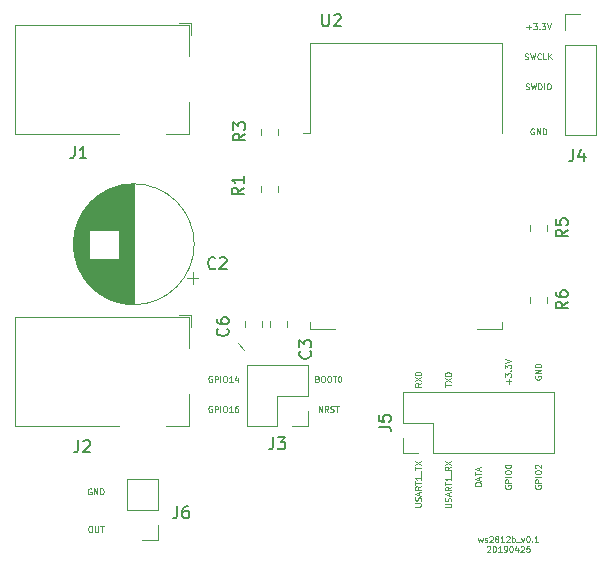
<source format=gbr>
G04 #@! TF.GenerationSoftware,KiCad,Pcbnew,(5.1.0-0)*
G04 #@! TF.CreationDate,2019-04-25T22:15:39+08:00*
G04 #@! TF.ProjectId,ws2812b,77733238-3132-4622-9e6b-696361645f70,rev?*
G04 #@! TF.SameCoordinates,Original*
G04 #@! TF.FileFunction,Legend,Top*
G04 #@! TF.FilePolarity,Positive*
%FSLAX46Y46*%
G04 Gerber Fmt 4.6, Leading zero omitted, Abs format (unit mm)*
G04 Created by KiCad (PCBNEW (5.1.0-0)) date 2019-04-25 22:15:39*
%MOMM*%
%LPD*%
G04 APERTURE LIST*
%ADD10C,0.100000*%
%ADD11C,0.120000*%
%ADD12C,0.150000*%
G04 APERTURE END LIST*
D10*
X91059047Y-36580000D02*
X91011428Y-36556190D01*
X90940000Y-36556190D01*
X90868571Y-36580000D01*
X90820952Y-36627619D01*
X90797142Y-36675238D01*
X90773333Y-36770476D01*
X90773333Y-36841904D01*
X90797142Y-36937142D01*
X90820952Y-36984761D01*
X90868571Y-37032380D01*
X90940000Y-37056190D01*
X90987619Y-37056190D01*
X91059047Y-37032380D01*
X91082857Y-37008571D01*
X91082857Y-36841904D01*
X90987619Y-36841904D01*
X91297142Y-37056190D02*
X91297142Y-36556190D01*
X91582857Y-37056190D01*
X91582857Y-36556190D01*
X91820952Y-37056190D02*
X91820952Y-36556190D01*
X91940000Y-36556190D01*
X92011428Y-36580000D01*
X92059047Y-36627619D01*
X92082857Y-36675238D01*
X92106666Y-36770476D01*
X92106666Y-36841904D01*
X92082857Y-36937142D01*
X92059047Y-36984761D01*
X92011428Y-37032380D01*
X91940000Y-37056190D01*
X91820952Y-37056190D01*
X90380476Y-33222380D02*
X90451904Y-33246190D01*
X90570952Y-33246190D01*
X90618571Y-33222380D01*
X90642380Y-33198571D01*
X90666190Y-33150952D01*
X90666190Y-33103333D01*
X90642380Y-33055714D01*
X90618571Y-33031904D01*
X90570952Y-33008095D01*
X90475714Y-32984285D01*
X90428095Y-32960476D01*
X90404285Y-32936666D01*
X90380476Y-32889047D01*
X90380476Y-32841428D01*
X90404285Y-32793809D01*
X90428095Y-32770000D01*
X90475714Y-32746190D01*
X90594761Y-32746190D01*
X90666190Y-32770000D01*
X90832857Y-32746190D02*
X90951904Y-33246190D01*
X91047142Y-32889047D01*
X91142380Y-33246190D01*
X91261428Y-32746190D01*
X91451904Y-33246190D02*
X91451904Y-32746190D01*
X91570952Y-32746190D01*
X91642380Y-32770000D01*
X91690000Y-32817619D01*
X91713809Y-32865238D01*
X91737619Y-32960476D01*
X91737619Y-33031904D01*
X91713809Y-33127142D01*
X91690000Y-33174761D01*
X91642380Y-33222380D01*
X91570952Y-33246190D01*
X91451904Y-33246190D01*
X91951904Y-33246190D02*
X91951904Y-32746190D01*
X92285238Y-32746190D02*
X92380476Y-32746190D01*
X92428095Y-32770000D01*
X92475714Y-32817619D01*
X92499523Y-32912857D01*
X92499523Y-33079523D01*
X92475714Y-33174761D01*
X92428095Y-33222380D01*
X92380476Y-33246190D01*
X92285238Y-33246190D01*
X92237619Y-33222380D01*
X92190000Y-33174761D01*
X92166190Y-33079523D01*
X92166190Y-32912857D01*
X92190000Y-32817619D01*
X92237619Y-32770000D01*
X92285238Y-32746190D01*
X90309047Y-30682380D02*
X90380476Y-30706190D01*
X90499523Y-30706190D01*
X90547142Y-30682380D01*
X90570952Y-30658571D01*
X90594761Y-30610952D01*
X90594761Y-30563333D01*
X90570952Y-30515714D01*
X90547142Y-30491904D01*
X90499523Y-30468095D01*
X90404285Y-30444285D01*
X90356666Y-30420476D01*
X90332857Y-30396666D01*
X90309047Y-30349047D01*
X90309047Y-30301428D01*
X90332857Y-30253809D01*
X90356666Y-30230000D01*
X90404285Y-30206190D01*
X90523333Y-30206190D01*
X90594761Y-30230000D01*
X90761428Y-30206190D02*
X90880476Y-30706190D01*
X90975714Y-30349047D01*
X91070952Y-30706190D01*
X91190000Y-30206190D01*
X91666190Y-30658571D02*
X91642380Y-30682380D01*
X91570952Y-30706190D01*
X91523333Y-30706190D01*
X91451904Y-30682380D01*
X91404285Y-30634761D01*
X91380476Y-30587142D01*
X91356666Y-30491904D01*
X91356666Y-30420476D01*
X91380476Y-30325238D01*
X91404285Y-30277619D01*
X91451904Y-30230000D01*
X91523333Y-30206190D01*
X91570952Y-30206190D01*
X91642380Y-30230000D01*
X91666190Y-30253809D01*
X92118571Y-30706190D02*
X91880476Y-30706190D01*
X91880476Y-30206190D01*
X92285238Y-30706190D02*
X92285238Y-30206190D01*
X92570952Y-30706190D02*
X92356666Y-30420476D01*
X92570952Y-30206190D02*
X92285238Y-30491904D01*
X90440000Y-27975714D02*
X90820952Y-27975714D01*
X90630476Y-28166190D02*
X90630476Y-27785238D01*
X91011428Y-27666190D02*
X91320952Y-27666190D01*
X91154285Y-27856666D01*
X91225714Y-27856666D01*
X91273333Y-27880476D01*
X91297142Y-27904285D01*
X91320952Y-27951904D01*
X91320952Y-28070952D01*
X91297142Y-28118571D01*
X91273333Y-28142380D01*
X91225714Y-28166190D01*
X91082857Y-28166190D01*
X91035238Y-28142380D01*
X91011428Y-28118571D01*
X91535238Y-28118571D02*
X91559047Y-28142380D01*
X91535238Y-28166190D01*
X91511428Y-28142380D01*
X91535238Y-28118571D01*
X91535238Y-28166190D01*
X91725714Y-27666190D02*
X92035238Y-27666190D01*
X91868571Y-27856666D01*
X91940000Y-27856666D01*
X91987619Y-27880476D01*
X92011428Y-27904285D01*
X92035238Y-27951904D01*
X92035238Y-28070952D01*
X92011428Y-28118571D01*
X91987619Y-28142380D01*
X91940000Y-28166190D01*
X91797142Y-28166190D01*
X91749523Y-28142380D01*
X91725714Y-28118571D01*
X92178095Y-27666190D02*
X92344761Y-28166190D01*
X92511428Y-27666190D01*
X53475000Y-70211190D02*
X53570238Y-70211190D01*
X53617857Y-70235000D01*
X53665476Y-70282619D01*
X53689285Y-70377857D01*
X53689285Y-70544523D01*
X53665476Y-70639761D01*
X53617857Y-70687380D01*
X53570238Y-70711190D01*
X53475000Y-70711190D01*
X53427380Y-70687380D01*
X53379761Y-70639761D01*
X53355952Y-70544523D01*
X53355952Y-70377857D01*
X53379761Y-70282619D01*
X53427380Y-70235000D01*
X53475000Y-70211190D01*
X53903571Y-70211190D02*
X53903571Y-70615952D01*
X53927380Y-70663571D01*
X53951190Y-70687380D01*
X53998809Y-70711190D01*
X54094047Y-70711190D01*
X54141666Y-70687380D01*
X54165476Y-70663571D01*
X54189285Y-70615952D01*
X54189285Y-70211190D01*
X54355952Y-70211190D02*
X54641666Y-70211190D01*
X54498809Y-70711190D02*
X54498809Y-70211190D01*
X53594047Y-67060000D02*
X53546428Y-67036190D01*
X53475000Y-67036190D01*
X53403571Y-67060000D01*
X53355952Y-67107619D01*
X53332142Y-67155238D01*
X53308333Y-67250476D01*
X53308333Y-67321904D01*
X53332142Y-67417142D01*
X53355952Y-67464761D01*
X53403571Y-67512380D01*
X53475000Y-67536190D01*
X53522619Y-67536190D01*
X53594047Y-67512380D01*
X53617857Y-67488571D01*
X53617857Y-67321904D01*
X53522619Y-67321904D01*
X53832142Y-67536190D02*
X53832142Y-67036190D01*
X54117857Y-67536190D01*
X54117857Y-67036190D01*
X54355952Y-67536190D02*
X54355952Y-67036190D01*
X54475000Y-67036190D01*
X54546428Y-67060000D01*
X54594047Y-67107619D01*
X54617857Y-67155238D01*
X54641666Y-67250476D01*
X54641666Y-67321904D01*
X54617857Y-67417142D01*
X54594047Y-67464761D01*
X54546428Y-67512380D01*
X54475000Y-67536190D01*
X54355952Y-67536190D01*
X63793809Y-60075000D02*
X63746190Y-60051190D01*
X63674761Y-60051190D01*
X63603333Y-60075000D01*
X63555714Y-60122619D01*
X63531904Y-60170238D01*
X63508095Y-60265476D01*
X63508095Y-60336904D01*
X63531904Y-60432142D01*
X63555714Y-60479761D01*
X63603333Y-60527380D01*
X63674761Y-60551190D01*
X63722380Y-60551190D01*
X63793809Y-60527380D01*
X63817619Y-60503571D01*
X63817619Y-60336904D01*
X63722380Y-60336904D01*
X64031904Y-60551190D02*
X64031904Y-60051190D01*
X64222380Y-60051190D01*
X64270000Y-60075000D01*
X64293809Y-60098809D01*
X64317619Y-60146428D01*
X64317619Y-60217857D01*
X64293809Y-60265476D01*
X64270000Y-60289285D01*
X64222380Y-60313095D01*
X64031904Y-60313095D01*
X64531904Y-60551190D02*
X64531904Y-60051190D01*
X64865238Y-60051190D02*
X64960476Y-60051190D01*
X65008095Y-60075000D01*
X65055714Y-60122619D01*
X65079523Y-60217857D01*
X65079523Y-60384523D01*
X65055714Y-60479761D01*
X65008095Y-60527380D01*
X64960476Y-60551190D01*
X64865238Y-60551190D01*
X64817619Y-60527380D01*
X64770000Y-60479761D01*
X64746190Y-60384523D01*
X64746190Y-60217857D01*
X64770000Y-60122619D01*
X64817619Y-60075000D01*
X64865238Y-60051190D01*
X65555714Y-60551190D02*
X65270000Y-60551190D01*
X65412857Y-60551190D02*
X65412857Y-60051190D01*
X65365238Y-60122619D01*
X65317619Y-60170238D01*
X65270000Y-60194047D01*
X65984285Y-60051190D02*
X65889047Y-60051190D01*
X65841428Y-60075000D01*
X65817619Y-60098809D01*
X65770000Y-60170238D01*
X65746190Y-60265476D01*
X65746190Y-60455952D01*
X65770000Y-60503571D01*
X65793809Y-60527380D01*
X65841428Y-60551190D01*
X65936666Y-60551190D01*
X65984285Y-60527380D01*
X66008095Y-60503571D01*
X66031904Y-60455952D01*
X66031904Y-60336904D01*
X66008095Y-60289285D01*
X65984285Y-60265476D01*
X65936666Y-60241666D01*
X65841428Y-60241666D01*
X65793809Y-60265476D01*
X65770000Y-60289285D01*
X65746190Y-60336904D01*
X63793809Y-57535000D02*
X63746190Y-57511190D01*
X63674761Y-57511190D01*
X63603333Y-57535000D01*
X63555714Y-57582619D01*
X63531904Y-57630238D01*
X63508095Y-57725476D01*
X63508095Y-57796904D01*
X63531904Y-57892142D01*
X63555714Y-57939761D01*
X63603333Y-57987380D01*
X63674761Y-58011190D01*
X63722380Y-58011190D01*
X63793809Y-57987380D01*
X63817619Y-57963571D01*
X63817619Y-57796904D01*
X63722380Y-57796904D01*
X64031904Y-58011190D02*
X64031904Y-57511190D01*
X64222380Y-57511190D01*
X64270000Y-57535000D01*
X64293809Y-57558809D01*
X64317619Y-57606428D01*
X64317619Y-57677857D01*
X64293809Y-57725476D01*
X64270000Y-57749285D01*
X64222380Y-57773095D01*
X64031904Y-57773095D01*
X64531904Y-58011190D02*
X64531904Y-57511190D01*
X64865238Y-57511190D02*
X64960476Y-57511190D01*
X65008095Y-57535000D01*
X65055714Y-57582619D01*
X65079523Y-57677857D01*
X65079523Y-57844523D01*
X65055714Y-57939761D01*
X65008095Y-57987380D01*
X64960476Y-58011190D01*
X64865238Y-58011190D01*
X64817619Y-57987380D01*
X64770000Y-57939761D01*
X64746190Y-57844523D01*
X64746190Y-57677857D01*
X64770000Y-57582619D01*
X64817619Y-57535000D01*
X64865238Y-57511190D01*
X65555714Y-58011190D02*
X65270000Y-58011190D01*
X65412857Y-58011190D02*
X65412857Y-57511190D01*
X65365238Y-57582619D01*
X65317619Y-57630238D01*
X65270000Y-57654047D01*
X65984285Y-57677857D02*
X65984285Y-58011190D01*
X65865238Y-57487380D02*
X65746190Y-57844523D01*
X66055714Y-57844523D01*
X72838571Y-60551190D02*
X72838571Y-60051190D01*
X73124285Y-60551190D01*
X73124285Y-60051190D01*
X73648095Y-60551190D02*
X73481428Y-60313095D01*
X73362380Y-60551190D02*
X73362380Y-60051190D01*
X73552857Y-60051190D01*
X73600476Y-60075000D01*
X73624285Y-60098809D01*
X73648095Y-60146428D01*
X73648095Y-60217857D01*
X73624285Y-60265476D01*
X73600476Y-60289285D01*
X73552857Y-60313095D01*
X73362380Y-60313095D01*
X73838571Y-60527380D02*
X73910000Y-60551190D01*
X74029047Y-60551190D01*
X74076666Y-60527380D01*
X74100476Y-60503571D01*
X74124285Y-60455952D01*
X74124285Y-60408333D01*
X74100476Y-60360714D01*
X74076666Y-60336904D01*
X74029047Y-60313095D01*
X73933809Y-60289285D01*
X73886190Y-60265476D01*
X73862380Y-60241666D01*
X73838571Y-60194047D01*
X73838571Y-60146428D01*
X73862380Y-60098809D01*
X73886190Y-60075000D01*
X73933809Y-60051190D01*
X74052857Y-60051190D01*
X74124285Y-60075000D01*
X74267142Y-60051190D02*
X74552857Y-60051190D01*
X74410000Y-60551190D02*
X74410000Y-60051190D01*
X72743333Y-57749285D02*
X72814761Y-57773095D01*
X72838571Y-57796904D01*
X72862380Y-57844523D01*
X72862380Y-57915952D01*
X72838571Y-57963571D01*
X72814761Y-57987380D01*
X72767142Y-58011190D01*
X72576666Y-58011190D01*
X72576666Y-57511190D01*
X72743333Y-57511190D01*
X72790952Y-57535000D01*
X72814761Y-57558809D01*
X72838571Y-57606428D01*
X72838571Y-57654047D01*
X72814761Y-57701666D01*
X72790952Y-57725476D01*
X72743333Y-57749285D01*
X72576666Y-57749285D01*
X73171904Y-57511190D02*
X73267142Y-57511190D01*
X73314761Y-57535000D01*
X73362380Y-57582619D01*
X73386190Y-57677857D01*
X73386190Y-57844523D01*
X73362380Y-57939761D01*
X73314761Y-57987380D01*
X73267142Y-58011190D01*
X73171904Y-58011190D01*
X73124285Y-57987380D01*
X73076666Y-57939761D01*
X73052857Y-57844523D01*
X73052857Y-57677857D01*
X73076666Y-57582619D01*
X73124285Y-57535000D01*
X73171904Y-57511190D01*
X73695714Y-57511190D02*
X73790952Y-57511190D01*
X73838571Y-57535000D01*
X73886190Y-57582619D01*
X73910000Y-57677857D01*
X73910000Y-57844523D01*
X73886190Y-57939761D01*
X73838571Y-57987380D01*
X73790952Y-58011190D01*
X73695714Y-58011190D01*
X73648095Y-57987380D01*
X73600476Y-57939761D01*
X73576666Y-57844523D01*
X73576666Y-57677857D01*
X73600476Y-57582619D01*
X73648095Y-57535000D01*
X73695714Y-57511190D01*
X74052857Y-57511190D02*
X74338571Y-57511190D01*
X74195714Y-58011190D02*
X74195714Y-57511190D01*
X74600476Y-57511190D02*
X74648095Y-57511190D01*
X74695714Y-57535000D01*
X74719523Y-57558809D01*
X74743333Y-57606428D01*
X74767142Y-57701666D01*
X74767142Y-57820714D01*
X74743333Y-57915952D01*
X74719523Y-57963571D01*
X74695714Y-57987380D01*
X74648095Y-58011190D01*
X74600476Y-58011190D01*
X74552857Y-57987380D01*
X74529047Y-57963571D01*
X74505238Y-57915952D01*
X74481428Y-57820714D01*
X74481428Y-57701666D01*
X74505238Y-57606428D01*
X74529047Y-57558809D01*
X74552857Y-57535000D01*
X74600476Y-57511190D01*
X91190000Y-57530952D02*
X91166190Y-57578571D01*
X91166190Y-57650000D01*
X91190000Y-57721428D01*
X91237619Y-57769047D01*
X91285238Y-57792857D01*
X91380476Y-57816666D01*
X91451904Y-57816666D01*
X91547142Y-57792857D01*
X91594761Y-57769047D01*
X91642380Y-57721428D01*
X91666190Y-57650000D01*
X91666190Y-57602380D01*
X91642380Y-57530952D01*
X91618571Y-57507142D01*
X91451904Y-57507142D01*
X91451904Y-57602380D01*
X91666190Y-57292857D02*
X91166190Y-57292857D01*
X91666190Y-57007142D01*
X91166190Y-57007142D01*
X91666190Y-56769047D02*
X91166190Y-56769047D01*
X91166190Y-56650000D01*
X91190000Y-56578571D01*
X91237619Y-56530952D01*
X91285238Y-56507142D01*
X91380476Y-56483333D01*
X91451904Y-56483333D01*
X91547142Y-56507142D01*
X91594761Y-56530952D01*
X91642380Y-56578571D01*
X91666190Y-56650000D01*
X91666190Y-56769047D01*
X88935714Y-58150000D02*
X88935714Y-57769047D01*
X89126190Y-57959523D02*
X88745238Y-57959523D01*
X88626190Y-57578571D02*
X88626190Y-57269047D01*
X88816666Y-57435714D01*
X88816666Y-57364285D01*
X88840476Y-57316666D01*
X88864285Y-57292857D01*
X88911904Y-57269047D01*
X89030952Y-57269047D01*
X89078571Y-57292857D01*
X89102380Y-57316666D01*
X89126190Y-57364285D01*
X89126190Y-57507142D01*
X89102380Y-57554761D01*
X89078571Y-57578571D01*
X89078571Y-57054761D02*
X89102380Y-57030952D01*
X89126190Y-57054761D01*
X89102380Y-57078571D01*
X89078571Y-57054761D01*
X89126190Y-57054761D01*
X88626190Y-56864285D02*
X88626190Y-56554761D01*
X88816666Y-56721428D01*
X88816666Y-56650000D01*
X88840476Y-56602380D01*
X88864285Y-56578571D01*
X88911904Y-56554761D01*
X89030952Y-56554761D01*
X89078571Y-56578571D01*
X89102380Y-56602380D01*
X89126190Y-56650000D01*
X89126190Y-56792857D01*
X89102380Y-56840476D01*
X89078571Y-56864285D01*
X88626190Y-56411904D02*
X89126190Y-56245238D01*
X88626190Y-56078571D01*
X81506190Y-58118333D02*
X81268095Y-58285000D01*
X81506190Y-58404047D02*
X81006190Y-58404047D01*
X81006190Y-58213571D01*
X81030000Y-58165952D01*
X81053809Y-58142142D01*
X81101428Y-58118333D01*
X81172857Y-58118333D01*
X81220476Y-58142142D01*
X81244285Y-58165952D01*
X81268095Y-58213571D01*
X81268095Y-58404047D01*
X81006190Y-57951666D02*
X81506190Y-57618333D01*
X81006190Y-57618333D02*
X81506190Y-57951666D01*
X81506190Y-57427857D02*
X81006190Y-57427857D01*
X81006190Y-57308809D01*
X81030000Y-57237380D01*
X81077619Y-57189761D01*
X81125238Y-57165952D01*
X81220476Y-57142142D01*
X81291904Y-57142142D01*
X81387142Y-57165952D01*
X81434761Y-57189761D01*
X81482380Y-57237380D01*
X81506190Y-57308809D01*
X81506190Y-57427857D01*
X83546190Y-58415952D02*
X83546190Y-58130238D01*
X84046190Y-58273095D02*
X83546190Y-58273095D01*
X83546190Y-58011190D02*
X84046190Y-57677857D01*
X83546190Y-57677857D02*
X84046190Y-58011190D01*
X84046190Y-57487380D02*
X83546190Y-57487380D01*
X83546190Y-57368333D01*
X83570000Y-57296904D01*
X83617619Y-57249285D01*
X83665238Y-57225476D01*
X83760476Y-57201666D01*
X83831904Y-57201666D01*
X83927142Y-57225476D01*
X83974761Y-57249285D01*
X84022380Y-57296904D01*
X84046190Y-57368333D01*
X84046190Y-57487380D01*
X91190000Y-66778095D02*
X91166190Y-66825714D01*
X91166190Y-66897142D01*
X91190000Y-66968571D01*
X91237619Y-67016190D01*
X91285238Y-67040000D01*
X91380476Y-67063809D01*
X91451904Y-67063809D01*
X91547142Y-67040000D01*
X91594761Y-67016190D01*
X91642380Y-66968571D01*
X91666190Y-66897142D01*
X91666190Y-66849523D01*
X91642380Y-66778095D01*
X91618571Y-66754285D01*
X91451904Y-66754285D01*
X91451904Y-66849523D01*
X91666190Y-66540000D02*
X91166190Y-66540000D01*
X91166190Y-66349523D01*
X91190000Y-66301904D01*
X91213809Y-66278095D01*
X91261428Y-66254285D01*
X91332857Y-66254285D01*
X91380476Y-66278095D01*
X91404285Y-66301904D01*
X91428095Y-66349523D01*
X91428095Y-66540000D01*
X91666190Y-66040000D02*
X91166190Y-66040000D01*
X91166190Y-65706666D02*
X91166190Y-65611428D01*
X91190000Y-65563809D01*
X91237619Y-65516190D01*
X91332857Y-65492380D01*
X91499523Y-65492380D01*
X91594761Y-65516190D01*
X91642380Y-65563809D01*
X91666190Y-65611428D01*
X91666190Y-65706666D01*
X91642380Y-65754285D01*
X91594761Y-65801904D01*
X91499523Y-65825714D01*
X91332857Y-65825714D01*
X91237619Y-65801904D01*
X91190000Y-65754285D01*
X91166190Y-65706666D01*
X91213809Y-65301904D02*
X91190000Y-65278095D01*
X91166190Y-65230476D01*
X91166190Y-65111428D01*
X91190000Y-65063809D01*
X91213809Y-65040000D01*
X91261428Y-65016190D01*
X91309047Y-65016190D01*
X91380476Y-65040000D01*
X91666190Y-65325714D01*
X91666190Y-65016190D01*
X88650000Y-66778095D02*
X88626190Y-66825714D01*
X88626190Y-66897142D01*
X88650000Y-66968571D01*
X88697619Y-67016190D01*
X88745238Y-67040000D01*
X88840476Y-67063809D01*
X88911904Y-67063809D01*
X89007142Y-67040000D01*
X89054761Y-67016190D01*
X89102380Y-66968571D01*
X89126190Y-66897142D01*
X89126190Y-66849523D01*
X89102380Y-66778095D01*
X89078571Y-66754285D01*
X88911904Y-66754285D01*
X88911904Y-66849523D01*
X89126190Y-66540000D02*
X88626190Y-66540000D01*
X88626190Y-66349523D01*
X88650000Y-66301904D01*
X88673809Y-66278095D01*
X88721428Y-66254285D01*
X88792857Y-66254285D01*
X88840476Y-66278095D01*
X88864285Y-66301904D01*
X88888095Y-66349523D01*
X88888095Y-66540000D01*
X89126190Y-66040000D02*
X88626190Y-66040000D01*
X88626190Y-65706666D02*
X88626190Y-65611428D01*
X88650000Y-65563809D01*
X88697619Y-65516190D01*
X88792857Y-65492380D01*
X88959523Y-65492380D01*
X89054761Y-65516190D01*
X89102380Y-65563809D01*
X89126190Y-65611428D01*
X89126190Y-65706666D01*
X89102380Y-65754285D01*
X89054761Y-65801904D01*
X88959523Y-65825714D01*
X88792857Y-65825714D01*
X88697619Y-65801904D01*
X88650000Y-65754285D01*
X88626190Y-65706666D01*
X88626190Y-65182857D02*
X88626190Y-65135238D01*
X88650000Y-65087619D01*
X88673809Y-65063809D01*
X88721428Y-65040000D01*
X88816666Y-65016190D01*
X88935714Y-65016190D01*
X89030952Y-65040000D01*
X89078571Y-65063809D01*
X89102380Y-65087619D01*
X89126190Y-65135238D01*
X89126190Y-65182857D01*
X89102380Y-65230476D01*
X89078571Y-65254285D01*
X89030952Y-65278095D01*
X88935714Y-65301904D01*
X88816666Y-65301904D01*
X88721428Y-65278095D01*
X88673809Y-65254285D01*
X88650000Y-65230476D01*
X88626190Y-65182857D01*
X86586190Y-66790000D02*
X86086190Y-66790000D01*
X86086190Y-66670952D01*
X86110000Y-66599523D01*
X86157619Y-66551904D01*
X86205238Y-66528095D01*
X86300476Y-66504285D01*
X86371904Y-66504285D01*
X86467142Y-66528095D01*
X86514761Y-66551904D01*
X86562380Y-66599523D01*
X86586190Y-66670952D01*
X86586190Y-66790000D01*
X86443333Y-66313809D02*
X86443333Y-66075714D01*
X86586190Y-66361428D02*
X86086190Y-66194761D01*
X86586190Y-66028095D01*
X86086190Y-65932857D02*
X86086190Y-65647142D01*
X86586190Y-65790000D02*
X86086190Y-65790000D01*
X86443333Y-65504285D02*
X86443333Y-65266190D01*
X86586190Y-65551904D02*
X86086190Y-65385238D01*
X86586190Y-65218571D01*
X83546190Y-68627380D02*
X83950952Y-68627380D01*
X83998571Y-68603571D01*
X84022380Y-68579761D01*
X84046190Y-68532142D01*
X84046190Y-68436904D01*
X84022380Y-68389285D01*
X83998571Y-68365476D01*
X83950952Y-68341666D01*
X83546190Y-68341666D01*
X84022380Y-68127380D02*
X84046190Y-68055952D01*
X84046190Y-67936904D01*
X84022380Y-67889285D01*
X83998571Y-67865476D01*
X83950952Y-67841666D01*
X83903333Y-67841666D01*
X83855714Y-67865476D01*
X83831904Y-67889285D01*
X83808095Y-67936904D01*
X83784285Y-68032142D01*
X83760476Y-68079761D01*
X83736666Y-68103571D01*
X83689047Y-68127380D01*
X83641428Y-68127380D01*
X83593809Y-68103571D01*
X83570000Y-68079761D01*
X83546190Y-68032142D01*
X83546190Y-67913095D01*
X83570000Y-67841666D01*
X83903333Y-67651190D02*
X83903333Y-67413095D01*
X84046190Y-67698809D02*
X83546190Y-67532142D01*
X84046190Y-67365476D01*
X84046190Y-66913095D02*
X83808095Y-67079761D01*
X84046190Y-67198809D02*
X83546190Y-67198809D01*
X83546190Y-67008333D01*
X83570000Y-66960714D01*
X83593809Y-66936904D01*
X83641428Y-66913095D01*
X83712857Y-66913095D01*
X83760476Y-66936904D01*
X83784285Y-66960714D01*
X83808095Y-67008333D01*
X83808095Y-67198809D01*
X83546190Y-66770238D02*
X83546190Y-66484523D01*
X84046190Y-66627380D02*
X83546190Y-66627380D01*
X84046190Y-66055952D02*
X84046190Y-66341666D01*
X84046190Y-66198809D02*
X83546190Y-66198809D01*
X83617619Y-66246428D01*
X83665238Y-66294047D01*
X83689047Y-66341666D01*
X84093809Y-65960714D02*
X84093809Y-65579761D01*
X84046190Y-65175000D02*
X83808095Y-65341666D01*
X84046190Y-65460714D02*
X83546190Y-65460714D01*
X83546190Y-65270238D01*
X83570000Y-65222619D01*
X83593809Y-65198809D01*
X83641428Y-65175000D01*
X83712857Y-65175000D01*
X83760476Y-65198809D01*
X83784285Y-65222619D01*
X83808095Y-65270238D01*
X83808095Y-65460714D01*
X83546190Y-65008333D02*
X84046190Y-64675000D01*
X83546190Y-64675000D02*
X84046190Y-65008333D01*
X81006190Y-68567857D02*
X81410952Y-68567857D01*
X81458571Y-68544047D01*
X81482380Y-68520238D01*
X81506190Y-68472619D01*
X81506190Y-68377380D01*
X81482380Y-68329761D01*
X81458571Y-68305952D01*
X81410952Y-68282142D01*
X81006190Y-68282142D01*
X81482380Y-68067857D02*
X81506190Y-67996428D01*
X81506190Y-67877380D01*
X81482380Y-67829761D01*
X81458571Y-67805952D01*
X81410952Y-67782142D01*
X81363333Y-67782142D01*
X81315714Y-67805952D01*
X81291904Y-67829761D01*
X81268095Y-67877380D01*
X81244285Y-67972619D01*
X81220476Y-68020238D01*
X81196666Y-68044047D01*
X81149047Y-68067857D01*
X81101428Y-68067857D01*
X81053809Y-68044047D01*
X81030000Y-68020238D01*
X81006190Y-67972619D01*
X81006190Y-67853571D01*
X81030000Y-67782142D01*
X81363333Y-67591666D02*
X81363333Y-67353571D01*
X81506190Y-67639285D02*
X81006190Y-67472619D01*
X81506190Y-67305952D01*
X81506190Y-66853571D02*
X81268095Y-67020238D01*
X81506190Y-67139285D02*
X81006190Y-67139285D01*
X81006190Y-66948809D01*
X81030000Y-66901190D01*
X81053809Y-66877380D01*
X81101428Y-66853571D01*
X81172857Y-66853571D01*
X81220476Y-66877380D01*
X81244285Y-66901190D01*
X81268095Y-66948809D01*
X81268095Y-67139285D01*
X81006190Y-66710714D02*
X81006190Y-66425000D01*
X81506190Y-66567857D02*
X81006190Y-66567857D01*
X81506190Y-65996428D02*
X81506190Y-66282142D01*
X81506190Y-66139285D02*
X81006190Y-66139285D01*
X81077619Y-66186904D01*
X81125238Y-66234523D01*
X81149047Y-66282142D01*
X81553809Y-65901190D02*
X81553809Y-65520238D01*
X81006190Y-65472619D02*
X81006190Y-65186904D01*
X81506190Y-65329761D02*
X81006190Y-65329761D01*
X81006190Y-65067857D02*
X81506190Y-64734523D01*
X81006190Y-64734523D02*
X81506190Y-65067857D01*
X86352380Y-71222857D02*
X86447619Y-71556190D01*
X86542857Y-71318095D01*
X86638095Y-71556190D01*
X86733333Y-71222857D01*
X86900000Y-71532380D02*
X86947619Y-71556190D01*
X87042857Y-71556190D01*
X87090476Y-71532380D01*
X87114285Y-71484761D01*
X87114285Y-71460952D01*
X87090476Y-71413333D01*
X87042857Y-71389523D01*
X86971428Y-71389523D01*
X86923809Y-71365714D01*
X86900000Y-71318095D01*
X86900000Y-71294285D01*
X86923809Y-71246666D01*
X86971428Y-71222857D01*
X87042857Y-71222857D01*
X87090476Y-71246666D01*
X87304761Y-71103809D02*
X87328571Y-71080000D01*
X87376190Y-71056190D01*
X87495238Y-71056190D01*
X87542857Y-71080000D01*
X87566666Y-71103809D01*
X87590476Y-71151428D01*
X87590476Y-71199047D01*
X87566666Y-71270476D01*
X87280952Y-71556190D01*
X87590476Y-71556190D01*
X87876190Y-71270476D02*
X87828571Y-71246666D01*
X87804761Y-71222857D01*
X87780952Y-71175238D01*
X87780952Y-71151428D01*
X87804761Y-71103809D01*
X87828571Y-71080000D01*
X87876190Y-71056190D01*
X87971428Y-71056190D01*
X88019047Y-71080000D01*
X88042857Y-71103809D01*
X88066666Y-71151428D01*
X88066666Y-71175238D01*
X88042857Y-71222857D01*
X88019047Y-71246666D01*
X87971428Y-71270476D01*
X87876190Y-71270476D01*
X87828571Y-71294285D01*
X87804761Y-71318095D01*
X87780952Y-71365714D01*
X87780952Y-71460952D01*
X87804761Y-71508571D01*
X87828571Y-71532380D01*
X87876190Y-71556190D01*
X87971428Y-71556190D01*
X88019047Y-71532380D01*
X88042857Y-71508571D01*
X88066666Y-71460952D01*
X88066666Y-71365714D01*
X88042857Y-71318095D01*
X88019047Y-71294285D01*
X87971428Y-71270476D01*
X88542857Y-71556190D02*
X88257142Y-71556190D01*
X88400000Y-71556190D02*
X88400000Y-71056190D01*
X88352380Y-71127619D01*
X88304761Y-71175238D01*
X88257142Y-71199047D01*
X88733333Y-71103809D02*
X88757142Y-71080000D01*
X88804761Y-71056190D01*
X88923809Y-71056190D01*
X88971428Y-71080000D01*
X88995238Y-71103809D01*
X89019047Y-71151428D01*
X89019047Y-71199047D01*
X88995238Y-71270476D01*
X88709523Y-71556190D01*
X89019047Y-71556190D01*
X89233333Y-71556190D02*
X89233333Y-71056190D01*
X89233333Y-71246666D02*
X89280952Y-71222857D01*
X89376190Y-71222857D01*
X89423809Y-71246666D01*
X89447619Y-71270476D01*
X89471428Y-71318095D01*
X89471428Y-71460952D01*
X89447619Y-71508571D01*
X89423809Y-71532380D01*
X89376190Y-71556190D01*
X89280952Y-71556190D01*
X89233333Y-71532380D01*
X89566666Y-71603809D02*
X89947619Y-71603809D01*
X90019047Y-71222857D02*
X90138095Y-71556190D01*
X90257142Y-71222857D01*
X90542857Y-71056190D02*
X90590476Y-71056190D01*
X90638095Y-71080000D01*
X90661904Y-71103809D01*
X90685714Y-71151428D01*
X90709523Y-71246666D01*
X90709523Y-71365714D01*
X90685714Y-71460952D01*
X90661904Y-71508571D01*
X90638095Y-71532380D01*
X90590476Y-71556190D01*
X90542857Y-71556190D01*
X90495238Y-71532380D01*
X90471428Y-71508571D01*
X90447619Y-71460952D01*
X90423809Y-71365714D01*
X90423809Y-71246666D01*
X90447619Y-71151428D01*
X90471428Y-71103809D01*
X90495238Y-71080000D01*
X90542857Y-71056190D01*
X90923809Y-71508571D02*
X90947619Y-71532380D01*
X90923809Y-71556190D01*
X90900000Y-71532380D01*
X90923809Y-71508571D01*
X90923809Y-71556190D01*
X91423809Y-71556190D02*
X91138095Y-71556190D01*
X91280952Y-71556190D02*
X91280952Y-71056190D01*
X91233333Y-71127619D01*
X91185714Y-71175238D01*
X91138095Y-71199047D01*
X87090476Y-71953809D02*
X87114285Y-71930000D01*
X87161904Y-71906190D01*
X87280952Y-71906190D01*
X87328571Y-71930000D01*
X87352380Y-71953809D01*
X87376190Y-72001428D01*
X87376190Y-72049047D01*
X87352380Y-72120476D01*
X87066666Y-72406190D01*
X87376190Y-72406190D01*
X87685714Y-71906190D02*
X87733333Y-71906190D01*
X87780952Y-71930000D01*
X87804761Y-71953809D01*
X87828571Y-72001428D01*
X87852380Y-72096666D01*
X87852380Y-72215714D01*
X87828571Y-72310952D01*
X87804761Y-72358571D01*
X87780952Y-72382380D01*
X87733333Y-72406190D01*
X87685714Y-72406190D01*
X87638095Y-72382380D01*
X87614285Y-72358571D01*
X87590476Y-72310952D01*
X87566666Y-72215714D01*
X87566666Y-72096666D01*
X87590476Y-72001428D01*
X87614285Y-71953809D01*
X87638095Y-71930000D01*
X87685714Y-71906190D01*
X88328571Y-72406190D02*
X88042857Y-72406190D01*
X88185714Y-72406190D02*
X88185714Y-71906190D01*
X88138095Y-71977619D01*
X88090476Y-72025238D01*
X88042857Y-72049047D01*
X88566666Y-72406190D02*
X88661904Y-72406190D01*
X88709523Y-72382380D01*
X88733333Y-72358571D01*
X88780952Y-72287142D01*
X88804761Y-72191904D01*
X88804761Y-72001428D01*
X88780952Y-71953809D01*
X88757142Y-71930000D01*
X88709523Y-71906190D01*
X88614285Y-71906190D01*
X88566666Y-71930000D01*
X88542857Y-71953809D01*
X88519047Y-72001428D01*
X88519047Y-72120476D01*
X88542857Y-72168095D01*
X88566666Y-72191904D01*
X88614285Y-72215714D01*
X88709523Y-72215714D01*
X88757142Y-72191904D01*
X88780952Y-72168095D01*
X88804761Y-72120476D01*
X89114285Y-71906190D02*
X89161904Y-71906190D01*
X89209523Y-71930000D01*
X89233333Y-71953809D01*
X89257142Y-72001428D01*
X89280952Y-72096666D01*
X89280952Y-72215714D01*
X89257142Y-72310952D01*
X89233333Y-72358571D01*
X89209523Y-72382380D01*
X89161904Y-72406190D01*
X89114285Y-72406190D01*
X89066666Y-72382380D01*
X89042857Y-72358571D01*
X89019047Y-72310952D01*
X88995238Y-72215714D01*
X88995238Y-72096666D01*
X89019047Y-72001428D01*
X89042857Y-71953809D01*
X89066666Y-71930000D01*
X89114285Y-71906190D01*
X89709523Y-72072857D02*
X89709523Y-72406190D01*
X89590476Y-71882380D02*
X89471428Y-72239523D01*
X89780952Y-72239523D01*
X89947619Y-71953809D02*
X89971428Y-71930000D01*
X90019047Y-71906190D01*
X90138095Y-71906190D01*
X90185714Y-71930000D01*
X90209523Y-71953809D01*
X90233333Y-72001428D01*
X90233333Y-72049047D01*
X90209523Y-72120476D01*
X89923809Y-72406190D01*
X90233333Y-72406190D01*
X90685714Y-71906190D02*
X90447619Y-71906190D01*
X90423809Y-72144285D01*
X90447619Y-72120476D01*
X90495238Y-72096666D01*
X90614285Y-72096666D01*
X90661904Y-72120476D01*
X90685714Y-72144285D01*
X90709523Y-72191904D01*
X90709523Y-72310952D01*
X90685714Y-72358571D01*
X90661904Y-72382380D01*
X90614285Y-72406190D01*
X90495238Y-72406190D01*
X90447619Y-72382380D01*
X90423809Y-72358571D01*
D11*
X66522600Y-55295800D02*
X65989200Y-54737000D01*
X59242000Y-66234000D02*
X56582000Y-66234000D01*
X59242000Y-68834000D02*
X59242000Y-66234000D01*
X56582000Y-68834000D02*
X56582000Y-66234000D01*
X59242000Y-68834000D02*
X56582000Y-68834000D01*
X59242000Y-70104000D02*
X59242000Y-71434000D01*
X59242000Y-71434000D02*
X57912000Y-71434000D01*
X62310000Y-46355000D02*
G75*
G03X62310000Y-46355000I-5120000J0D01*
G01*
X57190000Y-51435000D02*
X57190000Y-41275000D01*
X57150000Y-51435000D02*
X57150000Y-41275000D01*
X57110000Y-51435000D02*
X57110000Y-41275000D01*
X57070000Y-51434000D02*
X57070000Y-41276000D01*
X57030000Y-51433000D02*
X57030000Y-41277000D01*
X56990000Y-51432000D02*
X56990000Y-41278000D01*
X56950000Y-51430000D02*
X56950000Y-41280000D01*
X56910000Y-51428000D02*
X56910000Y-41282000D01*
X56870000Y-51425000D02*
X56870000Y-41285000D01*
X56830000Y-51423000D02*
X56830000Y-41287000D01*
X56790000Y-51420000D02*
X56790000Y-41290000D01*
X56750000Y-51417000D02*
X56750000Y-41293000D01*
X56710000Y-51413000D02*
X56710000Y-41297000D01*
X56670000Y-51409000D02*
X56670000Y-41301000D01*
X56630000Y-51405000D02*
X56630000Y-41305000D01*
X56590000Y-51400000D02*
X56590000Y-41310000D01*
X56550000Y-51395000D02*
X56550000Y-41315000D01*
X56510000Y-51390000D02*
X56510000Y-41320000D01*
X56469000Y-51385000D02*
X56469000Y-41325000D01*
X56429000Y-51379000D02*
X56429000Y-41331000D01*
X56389000Y-51373000D02*
X56389000Y-41337000D01*
X56349000Y-51366000D02*
X56349000Y-41344000D01*
X56309000Y-51359000D02*
X56309000Y-41351000D01*
X56269000Y-51352000D02*
X56269000Y-41358000D01*
X56229000Y-51345000D02*
X56229000Y-41365000D01*
X56189000Y-51337000D02*
X56189000Y-41373000D01*
X56149000Y-51329000D02*
X56149000Y-41381000D01*
X56109000Y-51320000D02*
X56109000Y-41390000D01*
X56069000Y-51311000D02*
X56069000Y-41399000D01*
X56029000Y-51302000D02*
X56029000Y-41408000D01*
X55989000Y-51293000D02*
X55989000Y-41417000D01*
X55949000Y-51283000D02*
X55949000Y-41427000D01*
X55909000Y-51273000D02*
X55909000Y-47596000D01*
X55909000Y-45114000D02*
X55909000Y-41437000D01*
X55869000Y-51262000D02*
X55869000Y-47596000D01*
X55869000Y-45114000D02*
X55869000Y-41448000D01*
X55829000Y-51252000D02*
X55829000Y-47596000D01*
X55829000Y-45114000D02*
X55829000Y-41458000D01*
X55789000Y-51240000D02*
X55789000Y-47596000D01*
X55789000Y-45114000D02*
X55789000Y-41470000D01*
X55749000Y-51229000D02*
X55749000Y-47596000D01*
X55749000Y-45114000D02*
X55749000Y-41481000D01*
X55709000Y-51217000D02*
X55709000Y-47596000D01*
X55709000Y-45114000D02*
X55709000Y-41493000D01*
X55669000Y-51205000D02*
X55669000Y-47596000D01*
X55669000Y-45114000D02*
X55669000Y-41505000D01*
X55629000Y-51192000D02*
X55629000Y-47596000D01*
X55629000Y-45114000D02*
X55629000Y-41518000D01*
X55589000Y-51179000D02*
X55589000Y-47596000D01*
X55589000Y-45114000D02*
X55589000Y-41531000D01*
X55549000Y-51166000D02*
X55549000Y-47596000D01*
X55549000Y-45114000D02*
X55549000Y-41544000D01*
X55509000Y-51152000D02*
X55509000Y-47596000D01*
X55509000Y-45114000D02*
X55509000Y-41558000D01*
X55469000Y-51138000D02*
X55469000Y-47596000D01*
X55469000Y-45114000D02*
X55469000Y-41572000D01*
X55429000Y-51123000D02*
X55429000Y-47596000D01*
X55429000Y-45114000D02*
X55429000Y-41587000D01*
X55389000Y-51109000D02*
X55389000Y-47596000D01*
X55389000Y-45114000D02*
X55389000Y-41601000D01*
X55349000Y-51093000D02*
X55349000Y-47596000D01*
X55349000Y-45114000D02*
X55349000Y-41617000D01*
X55309000Y-51078000D02*
X55309000Y-47596000D01*
X55309000Y-45114000D02*
X55309000Y-41632000D01*
X55269000Y-51062000D02*
X55269000Y-47596000D01*
X55269000Y-45114000D02*
X55269000Y-41648000D01*
X55229000Y-51045000D02*
X55229000Y-47596000D01*
X55229000Y-45114000D02*
X55229000Y-41665000D01*
X55189000Y-51029000D02*
X55189000Y-47596000D01*
X55189000Y-45114000D02*
X55189000Y-41681000D01*
X55149000Y-51012000D02*
X55149000Y-47596000D01*
X55149000Y-45114000D02*
X55149000Y-41698000D01*
X55109000Y-50994000D02*
X55109000Y-47596000D01*
X55109000Y-45114000D02*
X55109000Y-41716000D01*
X55069000Y-50976000D02*
X55069000Y-47596000D01*
X55069000Y-45114000D02*
X55069000Y-41734000D01*
X55029000Y-50958000D02*
X55029000Y-47596000D01*
X55029000Y-45114000D02*
X55029000Y-41752000D01*
X54989000Y-50939000D02*
X54989000Y-47596000D01*
X54989000Y-45114000D02*
X54989000Y-41771000D01*
X54949000Y-50919000D02*
X54949000Y-47596000D01*
X54949000Y-45114000D02*
X54949000Y-41791000D01*
X54909000Y-50900000D02*
X54909000Y-47596000D01*
X54909000Y-45114000D02*
X54909000Y-41810000D01*
X54869000Y-50880000D02*
X54869000Y-47596000D01*
X54869000Y-45114000D02*
X54869000Y-41830000D01*
X54829000Y-50859000D02*
X54829000Y-47596000D01*
X54829000Y-45114000D02*
X54829000Y-41851000D01*
X54789000Y-50838000D02*
X54789000Y-47596000D01*
X54789000Y-45114000D02*
X54789000Y-41872000D01*
X54749000Y-50817000D02*
X54749000Y-47596000D01*
X54749000Y-45114000D02*
X54749000Y-41893000D01*
X54709000Y-50795000D02*
X54709000Y-47596000D01*
X54709000Y-45114000D02*
X54709000Y-41915000D01*
X54669000Y-50772000D02*
X54669000Y-47596000D01*
X54669000Y-45114000D02*
X54669000Y-41938000D01*
X54629000Y-50750000D02*
X54629000Y-47596000D01*
X54629000Y-45114000D02*
X54629000Y-41960000D01*
X54589000Y-50726000D02*
X54589000Y-47596000D01*
X54589000Y-45114000D02*
X54589000Y-41984000D01*
X54549000Y-50702000D02*
X54549000Y-47596000D01*
X54549000Y-45114000D02*
X54549000Y-42008000D01*
X54509000Y-50678000D02*
X54509000Y-47596000D01*
X54509000Y-45114000D02*
X54509000Y-42032000D01*
X54469000Y-50653000D02*
X54469000Y-47596000D01*
X54469000Y-45114000D02*
X54469000Y-42057000D01*
X54429000Y-50628000D02*
X54429000Y-47596000D01*
X54429000Y-45114000D02*
X54429000Y-42082000D01*
X54389000Y-50602000D02*
X54389000Y-47596000D01*
X54389000Y-45114000D02*
X54389000Y-42108000D01*
X54349000Y-50576000D02*
X54349000Y-47596000D01*
X54349000Y-45114000D02*
X54349000Y-42134000D01*
X54309000Y-50549000D02*
X54309000Y-47596000D01*
X54309000Y-45114000D02*
X54309000Y-42161000D01*
X54269000Y-50521000D02*
X54269000Y-47596000D01*
X54269000Y-45114000D02*
X54269000Y-42189000D01*
X54229000Y-50493000D02*
X54229000Y-47596000D01*
X54229000Y-45114000D02*
X54229000Y-42217000D01*
X54189000Y-50465000D02*
X54189000Y-47596000D01*
X54189000Y-45114000D02*
X54189000Y-42245000D01*
X54149000Y-50435000D02*
X54149000Y-47596000D01*
X54149000Y-45114000D02*
X54149000Y-42275000D01*
X54109000Y-50405000D02*
X54109000Y-47596000D01*
X54109000Y-45114000D02*
X54109000Y-42305000D01*
X54069000Y-50375000D02*
X54069000Y-47596000D01*
X54069000Y-45114000D02*
X54069000Y-42335000D01*
X54029000Y-50344000D02*
X54029000Y-47596000D01*
X54029000Y-45114000D02*
X54029000Y-42366000D01*
X53989000Y-50312000D02*
X53989000Y-47596000D01*
X53989000Y-45114000D02*
X53989000Y-42398000D01*
X53949000Y-50280000D02*
X53949000Y-47596000D01*
X53949000Y-45114000D02*
X53949000Y-42430000D01*
X53909000Y-50247000D02*
X53909000Y-47596000D01*
X53909000Y-45114000D02*
X53909000Y-42463000D01*
X53869000Y-50213000D02*
X53869000Y-47596000D01*
X53869000Y-45114000D02*
X53869000Y-42497000D01*
X53829000Y-50179000D02*
X53829000Y-47596000D01*
X53829000Y-45114000D02*
X53829000Y-42531000D01*
X53789000Y-50144000D02*
X53789000Y-47596000D01*
X53789000Y-45114000D02*
X53789000Y-42566000D01*
X53749000Y-50108000D02*
X53749000Y-47596000D01*
X53749000Y-45114000D02*
X53749000Y-42602000D01*
X53709000Y-50071000D02*
X53709000Y-47596000D01*
X53709000Y-45114000D02*
X53709000Y-42639000D01*
X53669000Y-50034000D02*
X53669000Y-47596000D01*
X53669000Y-45114000D02*
X53669000Y-42676000D01*
X53629000Y-49995000D02*
X53629000Y-47596000D01*
X53629000Y-45114000D02*
X53629000Y-42715000D01*
X53589000Y-49956000D02*
X53589000Y-47596000D01*
X53589000Y-45114000D02*
X53589000Y-42754000D01*
X53549000Y-49916000D02*
X53549000Y-47596000D01*
X53549000Y-45114000D02*
X53549000Y-42794000D01*
X53509000Y-49875000D02*
X53509000Y-47596000D01*
X53509000Y-45114000D02*
X53509000Y-42835000D01*
X53469000Y-49833000D02*
X53469000Y-47596000D01*
X53469000Y-45114000D02*
X53469000Y-42877000D01*
X53429000Y-49791000D02*
X53429000Y-42919000D01*
X53389000Y-49747000D02*
X53389000Y-42963000D01*
X53349000Y-49702000D02*
X53349000Y-43008000D01*
X53309000Y-49656000D02*
X53309000Y-43054000D01*
X53269000Y-49609000D02*
X53269000Y-43101000D01*
X53229000Y-49561000D02*
X53229000Y-43149000D01*
X53189000Y-49511000D02*
X53189000Y-43199000D01*
X53149000Y-49461000D02*
X53149000Y-43249000D01*
X53109000Y-49409000D02*
X53109000Y-43301000D01*
X53069000Y-49355000D02*
X53069000Y-43355000D01*
X53029000Y-49300000D02*
X53029000Y-43410000D01*
X52989000Y-49244000D02*
X52989000Y-43466000D01*
X52949000Y-49185000D02*
X52949000Y-43525000D01*
X52909000Y-49125000D02*
X52909000Y-43585000D01*
X52869000Y-49064000D02*
X52869000Y-43646000D01*
X52829000Y-49000000D02*
X52829000Y-43710000D01*
X52789000Y-48934000D02*
X52789000Y-43776000D01*
X52749000Y-48865000D02*
X52749000Y-43845000D01*
X52709000Y-48794000D02*
X52709000Y-43916000D01*
X52669000Y-48720000D02*
X52669000Y-43990000D01*
X52629000Y-48644000D02*
X52629000Y-44066000D01*
X52589000Y-48564000D02*
X52589000Y-44146000D01*
X52549000Y-48480000D02*
X52549000Y-44230000D01*
X52509000Y-48392000D02*
X52509000Y-44318000D01*
X52469000Y-48299000D02*
X52469000Y-44411000D01*
X52429000Y-48201000D02*
X52429000Y-44509000D01*
X52389000Y-48097000D02*
X52389000Y-44613000D01*
X52349000Y-47985000D02*
X52349000Y-44725000D01*
X52309000Y-47865000D02*
X52309000Y-44845000D01*
X52269000Y-47733000D02*
X52269000Y-44977000D01*
X52229000Y-47585000D02*
X52229000Y-45125000D01*
X52189000Y-47417000D02*
X52189000Y-45293000D01*
X52149000Y-47217000D02*
X52149000Y-45493000D01*
X52109000Y-46954000D02*
X52109000Y-45756000D01*
X62669646Y-49230000D02*
X61669646Y-49230000D01*
X62169646Y-49730000D02*
X62169646Y-48730000D01*
X68759000Y-52824748D02*
X68759000Y-53347252D01*
X70179000Y-52824748D02*
X70179000Y-53347252D01*
X68020000Y-52824748D02*
X68020000Y-53347252D01*
X66600000Y-52824748D02*
X66600000Y-53347252D01*
X62060000Y-28635000D02*
X62060000Y-27585000D01*
X61010000Y-27585000D02*
X62060000Y-27585000D01*
X55960000Y-36985000D02*
X47160000Y-36985000D01*
X47160000Y-36985000D02*
X47160000Y-27785000D01*
X61860000Y-34285000D02*
X61860000Y-36985000D01*
X61860000Y-36985000D02*
X59960000Y-36985000D01*
X47160000Y-27785000D02*
X61860000Y-27785000D01*
X61860000Y-27785000D02*
X61860000Y-30385000D01*
X61860000Y-52550000D02*
X61860000Y-55150000D01*
X47160000Y-52550000D02*
X61860000Y-52550000D01*
X61860000Y-61750000D02*
X59960000Y-61750000D01*
X61860000Y-59050000D02*
X61860000Y-61750000D01*
X47160000Y-61750000D02*
X47160000Y-52550000D01*
X55960000Y-61750000D02*
X47160000Y-61750000D01*
X61010000Y-52350000D02*
X62060000Y-52350000D01*
X62060000Y-53400000D02*
X62060000Y-52350000D01*
X71942000Y-61782000D02*
X70612000Y-61782000D01*
X71942000Y-60452000D02*
X71942000Y-61782000D01*
X69342000Y-61782000D02*
X66742000Y-61782000D01*
X69342000Y-59182000D02*
X69342000Y-61782000D01*
X71942000Y-59182000D02*
X69342000Y-59182000D01*
X66742000Y-61782000D02*
X66742000Y-56582000D01*
X71942000Y-59182000D02*
X71942000Y-56582000D01*
X71942000Y-56582000D02*
X66742000Y-56582000D01*
X93666000Y-26864000D02*
X94996000Y-26864000D01*
X93666000Y-28194000D02*
X93666000Y-26864000D01*
X93666000Y-29464000D02*
X96326000Y-29464000D01*
X96326000Y-29464000D02*
X96326000Y-37144000D01*
X93666000Y-29464000D02*
X93666000Y-37144000D01*
X93666000Y-37144000D02*
X96326000Y-37144000D01*
X67997000Y-41394748D02*
X67997000Y-41917252D01*
X69417000Y-41394748D02*
X69417000Y-41917252D01*
X69417000Y-36568748D02*
X69417000Y-37091252D01*
X67997000Y-36568748D02*
X67997000Y-37091252D01*
X90730000Y-44696748D02*
X90730000Y-45219252D01*
X92150000Y-44696748D02*
X92150000Y-45219252D01*
X92150000Y-50792748D02*
X92150000Y-51315252D01*
X90730000Y-50792748D02*
X90730000Y-51315252D01*
X72144000Y-29282000D02*
X88384000Y-29282000D01*
X88384000Y-29282000D02*
X88384000Y-36902000D01*
X88384000Y-52902000D02*
X88384000Y-53522000D01*
X88384000Y-53522000D02*
X86264000Y-53522000D01*
X74264000Y-53522000D02*
X72144000Y-53522000D01*
X72144000Y-53522000D02*
X72144000Y-52902000D01*
X72144000Y-36902000D02*
X72144000Y-29282000D01*
X72144000Y-36902000D02*
X71534000Y-36902000D01*
X92770000Y-64068000D02*
X92770000Y-58868000D01*
X82550000Y-64068000D02*
X92770000Y-64068000D01*
X79950000Y-58868000D02*
X92770000Y-58868000D01*
X82550000Y-64068000D02*
X82550000Y-61468000D01*
X82550000Y-61468000D02*
X79950000Y-61468000D01*
X79950000Y-61468000D02*
X79950000Y-58868000D01*
X81280000Y-64068000D02*
X79950000Y-64068000D01*
X79950000Y-64068000D02*
X79950000Y-62738000D01*
D12*
X60880666Y-68540380D02*
X60880666Y-69254666D01*
X60833047Y-69397523D01*
X60737809Y-69492761D01*
X60594952Y-69540380D01*
X60499714Y-69540380D01*
X61785428Y-68540380D02*
X61594952Y-68540380D01*
X61499714Y-68588000D01*
X61452095Y-68635619D01*
X61356857Y-68778476D01*
X61309238Y-68968952D01*
X61309238Y-69349904D01*
X61356857Y-69445142D01*
X61404476Y-69492761D01*
X61499714Y-69540380D01*
X61690190Y-69540380D01*
X61785428Y-69492761D01*
X61833047Y-69445142D01*
X61880666Y-69349904D01*
X61880666Y-69111809D01*
X61833047Y-69016571D01*
X61785428Y-68968952D01*
X61690190Y-68921333D01*
X61499714Y-68921333D01*
X61404476Y-68968952D01*
X61356857Y-69016571D01*
X61309238Y-69111809D01*
X64095333Y-48363142D02*
X64047714Y-48410761D01*
X63904857Y-48458380D01*
X63809619Y-48458380D01*
X63666761Y-48410761D01*
X63571523Y-48315523D01*
X63523904Y-48220285D01*
X63476285Y-48029809D01*
X63476285Y-47886952D01*
X63523904Y-47696476D01*
X63571523Y-47601238D01*
X63666761Y-47506000D01*
X63809619Y-47458380D01*
X63904857Y-47458380D01*
X64047714Y-47506000D01*
X64095333Y-47553619D01*
X64476285Y-47553619D02*
X64523904Y-47506000D01*
X64619142Y-47458380D01*
X64857238Y-47458380D01*
X64952476Y-47506000D01*
X65000095Y-47553619D01*
X65047714Y-47648857D01*
X65047714Y-47744095D01*
X65000095Y-47886952D01*
X64428666Y-48458380D01*
X65047714Y-48458380D01*
X72112142Y-55411666D02*
X72159761Y-55459285D01*
X72207380Y-55602142D01*
X72207380Y-55697380D01*
X72159761Y-55840238D01*
X72064523Y-55935476D01*
X71969285Y-55983095D01*
X71778809Y-56030714D01*
X71635952Y-56030714D01*
X71445476Y-55983095D01*
X71350238Y-55935476D01*
X71255000Y-55840238D01*
X71207380Y-55697380D01*
X71207380Y-55602142D01*
X71255000Y-55459285D01*
X71302619Y-55411666D01*
X71207380Y-55078333D02*
X71207380Y-54459285D01*
X71588333Y-54792619D01*
X71588333Y-54649761D01*
X71635952Y-54554523D01*
X71683571Y-54506904D01*
X71778809Y-54459285D01*
X72016904Y-54459285D01*
X72112142Y-54506904D01*
X72159761Y-54554523D01*
X72207380Y-54649761D01*
X72207380Y-54935476D01*
X72159761Y-55030714D01*
X72112142Y-55078333D01*
X65127142Y-53506666D02*
X65174761Y-53554285D01*
X65222380Y-53697142D01*
X65222380Y-53792380D01*
X65174761Y-53935238D01*
X65079523Y-54030476D01*
X64984285Y-54078095D01*
X64793809Y-54125714D01*
X64650952Y-54125714D01*
X64460476Y-54078095D01*
X64365238Y-54030476D01*
X64270000Y-53935238D01*
X64222380Y-53792380D01*
X64222380Y-53697142D01*
X64270000Y-53554285D01*
X64317619Y-53506666D01*
X64222380Y-52649523D02*
X64222380Y-52840000D01*
X64270000Y-52935238D01*
X64317619Y-52982857D01*
X64460476Y-53078095D01*
X64650952Y-53125714D01*
X65031904Y-53125714D01*
X65127142Y-53078095D01*
X65174761Y-53030476D01*
X65222380Y-52935238D01*
X65222380Y-52744761D01*
X65174761Y-52649523D01*
X65127142Y-52601904D01*
X65031904Y-52554285D01*
X64793809Y-52554285D01*
X64698571Y-52601904D01*
X64650952Y-52649523D01*
X64603333Y-52744761D01*
X64603333Y-52935238D01*
X64650952Y-53030476D01*
X64698571Y-53078095D01*
X64793809Y-53125714D01*
X52176666Y-38060380D02*
X52176666Y-38774666D01*
X52129047Y-38917523D01*
X52033809Y-39012761D01*
X51890952Y-39060380D01*
X51795714Y-39060380D01*
X53176666Y-39060380D02*
X52605238Y-39060380D01*
X52890952Y-39060380D02*
X52890952Y-38060380D01*
X52795714Y-38203238D01*
X52700476Y-38298476D01*
X52605238Y-38346095D01*
X52498666Y-62952380D02*
X52498666Y-63666666D01*
X52451047Y-63809523D01*
X52355809Y-63904761D01*
X52212952Y-63952380D01*
X52117714Y-63952380D01*
X52927238Y-63047619D02*
X52974857Y-63000000D01*
X53070095Y-62952380D01*
X53308190Y-62952380D01*
X53403428Y-63000000D01*
X53451047Y-63047619D01*
X53498666Y-63142857D01*
X53498666Y-63238095D01*
X53451047Y-63380952D01*
X52879619Y-63952380D01*
X53498666Y-63952380D01*
X69008666Y-62698380D02*
X69008666Y-63412666D01*
X68961047Y-63555523D01*
X68865809Y-63650761D01*
X68722952Y-63698380D01*
X68627714Y-63698380D01*
X69389619Y-62698380D02*
X70008666Y-62698380D01*
X69675333Y-63079333D01*
X69818190Y-63079333D01*
X69913428Y-63126952D01*
X69961047Y-63174571D01*
X70008666Y-63269809D01*
X70008666Y-63507904D01*
X69961047Y-63603142D01*
X69913428Y-63650761D01*
X69818190Y-63698380D01*
X69532476Y-63698380D01*
X69437238Y-63650761D01*
X69389619Y-63603142D01*
X94408666Y-38314380D02*
X94408666Y-39028666D01*
X94361047Y-39171523D01*
X94265809Y-39266761D01*
X94122952Y-39314380D01*
X94027714Y-39314380D01*
X95313428Y-38647714D02*
X95313428Y-39314380D01*
X95075333Y-38266761D02*
X94837238Y-38981047D01*
X95456285Y-38981047D01*
X66492380Y-41568666D02*
X66016190Y-41902000D01*
X66492380Y-42140095D02*
X65492380Y-42140095D01*
X65492380Y-41759142D01*
X65540000Y-41663904D01*
X65587619Y-41616285D01*
X65682857Y-41568666D01*
X65825714Y-41568666D01*
X65920952Y-41616285D01*
X65968571Y-41663904D01*
X66016190Y-41759142D01*
X66016190Y-42140095D01*
X66492380Y-40616285D02*
X66492380Y-41187714D01*
X66492380Y-40902000D02*
X65492380Y-40902000D01*
X65635238Y-40997238D01*
X65730476Y-41092476D01*
X65778095Y-41187714D01*
X66619380Y-36996666D02*
X66143190Y-37330000D01*
X66619380Y-37568095D02*
X65619380Y-37568095D01*
X65619380Y-37187142D01*
X65667000Y-37091904D01*
X65714619Y-37044285D01*
X65809857Y-36996666D01*
X65952714Y-36996666D01*
X66047952Y-37044285D01*
X66095571Y-37091904D01*
X66143190Y-37187142D01*
X66143190Y-37568095D01*
X65619380Y-36663333D02*
X65619380Y-36044285D01*
X66000333Y-36377619D01*
X66000333Y-36234761D01*
X66047952Y-36139523D01*
X66095571Y-36091904D01*
X66190809Y-36044285D01*
X66428904Y-36044285D01*
X66524142Y-36091904D01*
X66571761Y-36139523D01*
X66619380Y-36234761D01*
X66619380Y-36520476D01*
X66571761Y-36615714D01*
X66524142Y-36663333D01*
X93924380Y-45124666D02*
X93448190Y-45458000D01*
X93924380Y-45696095D02*
X92924380Y-45696095D01*
X92924380Y-45315142D01*
X92972000Y-45219904D01*
X93019619Y-45172285D01*
X93114857Y-45124666D01*
X93257714Y-45124666D01*
X93352952Y-45172285D01*
X93400571Y-45219904D01*
X93448190Y-45315142D01*
X93448190Y-45696095D01*
X92924380Y-44219904D02*
X92924380Y-44696095D01*
X93400571Y-44743714D01*
X93352952Y-44696095D01*
X93305333Y-44600857D01*
X93305333Y-44362761D01*
X93352952Y-44267523D01*
X93400571Y-44219904D01*
X93495809Y-44172285D01*
X93733904Y-44172285D01*
X93829142Y-44219904D01*
X93876761Y-44267523D01*
X93924380Y-44362761D01*
X93924380Y-44600857D01*
X93876761Y-44696095D01*
X93829142Y-44743714D01*
X93924380Y-51220666D02*
X93448190Y-51554000D01*
X93924380Y-51792095D02*
X92924380Y-51792095D01*
X92924380Y-51411142D01*
X92972000Y-51315904D01*
X93019619Y-51268285D01*
X93114857Y-51220666D01*
X93257714Y-51220666D01*
X93352952Y-51268285D01*
X93400571Y-51315904D01*
X93448190Y-51411142D01*
X93448190Y-51792095D01*
X92924380Y-50363523D02*
X92924380Y-50554000D01*
X92972000Y-50649238D01*
X93019619Y-50696857D01*
X93162476Y-50792095D01*
X93352952Y-50839714D01*
X93733904Y-50839714D01*
X93829142Y-50792095D01*
X93876761Y-50744476D01*
X93924380Y-50649238D01*
X93924380Y-50458761D01*
X93876761Y-50363523D01*
X93829142Y-50315904D01*
X93733904Y-50268285D01*
X93495809Y-50268285D01*
X93400571Y-50315904D01*
X93352952Y-50363523D01*
X93305333Y-50458761D01*
X93305333Y-50649238D01*
X93352952Y-50744476D01*
X93400571Y-50792095D01*
X93495809Y-50839714D01*
X73152095Y-26884380D02*
X73152095Y-27693904D01*
X73199714Y-27789142D01*
X73247333Y-27836761D01*
X73342571Y-27884380D01*
X73533047Y-27884380D01*
X73628285Y-27836761D01*
X73675904Y-27789142D01*
X73723523Y-27693904D01*
X73723523Y-26884380D01*
X74152095Y-26979619D02*
X74199714Y-26932000D01*
X74294952Y-26884380D01*
X74533047Y-26884380D01*
X74628285Y-26932000D01*
X74675904Y-26979619D01*
X74723523Y-27074857D01*
X74723523Y-27170095D01*
X74675904Y-27312952D01*
X74104476Y-27884380D01*
X74723523Y-27884380D01*
X77938380Y-61801333D02*
X78652666Y-61801333D01*
X78795523Y-61848952D01*
X78890761Y-61944190D01*
X78938380Y-62087047D01*
X78938380Y-62182285D01*
X77938380Y-60848952D02*
X77938380Y-61325142D01*
X78414571Y-61372761D01*
X78366952Y-61325142D01*
X78319333Y-61229904D01*
X78319333Y-60991809D01*
X78366952Y-60896571D01*
X78414571Y-60848952D01*
X78509809Y-60801333D01*
X78747904Y-60801333D01*
X78843142Y-60848952D01*
X78890761Y-60896571D01*
X78938380Y-60991809D01*
X78938380Y-61229904D01*
X78890761Y-61325142D01*
X78843142Y-61372761D01*
M02*

</source>
